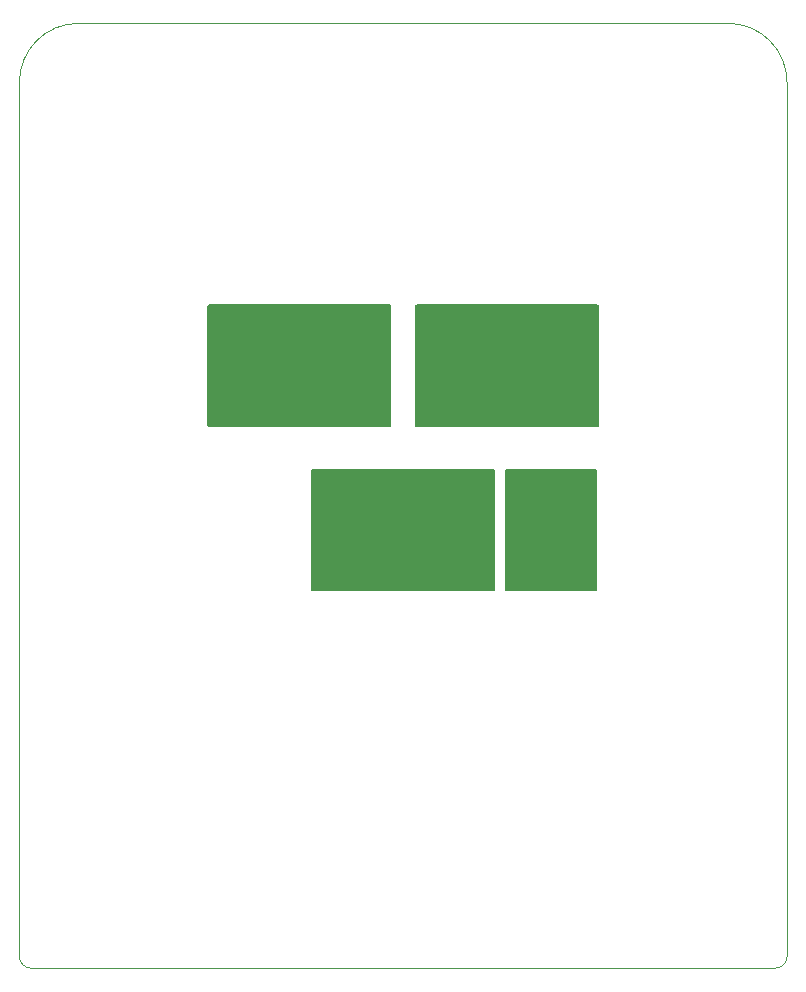
<source format=gbr>
%TF.GenerationSoftware,Altium Limited,Altium Designer,20.1.8 (145)*%
G04 Layer_Color=0*
%FSLAX43Y43*%
%MOMM*%
%TF.SameCoordinates,D169B7AB-BDD6-48C1-BF66-756871F3EBFE*%
%TF.FilePolarity,Positive*%
%TF.FileFunction,Profile,NP*%
%TF.Part,Single*%
G01*
G75*
%TA.AperFunction,Profile*%
%ADD145C,0.025*%
G36*
X1024900Y1031900D02*
X1024860D01*
X1024786Y1031930D01*
X1024730Y1031987D01*
X1024699Y1032060D01*
Y1032100D01*
D01*
Y1042100D01*
Y1042140D01*
X1024730Y1042213D01*
X1024786Y1042270D01*
X1024860Y1042300D01*
X1024900D01*
D01*
X1040099D01*
X1040139D01*
X1040213Y1042270D01*
X1040269Y1042213D01*
X1040300Y1042140D01*
Y1042100D01*
D01*
Y1032100D01*
Y1032060D01*
X1040269Y1031987D01*
X1040213Y1031930D01*
X1040139Y1031900D01*
X1040099D01*
D01*
X1024900D01*
D02*
G37*
G36*
X1041101Y1032100D02*
Y1032060D01*
X1041131Y1031987D01*
X1041188Y1031930D01*
X1041261Y1031900D01*
X1041301D01*
D01*
X1048701D01*
X1048741D01*
X1048814Y1031930D01*
X1048870Y1031987D01*
X1048901Y1032060D01*
Y1032100D01*
D01*
Y1042100D01*
Y1042140D01*
X1048870Y1042213D01*
X1048814Y1042270D01*
X1048741Y1042300D01*
X1048701D01*
D01*
X1041301D01*
X1041261D01*
X1041188Y1042270D01*
X1041131Y1042213D01*
X1041101Y1042140D01*
Y1042100D01*
D01*
Y1032100D01*
D02*
G37*
G36*
X1016100Y1045800D02*
X1016060D01*
X1015987Y1045830D01*
X1015930Y1045887D01*
X1015900Y1045960D01*
Y1046000D01*
D01*
Y1056000D01*
Y1056040D01*
X1015930Y1056113D01*
X1015987Y1056170D01*
X1016060Y1056200D01*
X1016100D01*
D01*
X1031300D01*
X1031340D01*
X1031413Y1056170D01*
X1031470Y1056113D01*
X1031500Y1056040D01*
Y1056000D01*
D01*
Y1046000D01*
Y1045960D01*
X1031470Y1045887D01*
X1031413Y1045830D01*
X1031340Y1045800D01*
X1031300D01*
D01*
X1016100D01*
D02*
G37*
G36*
X1033500Y1046000D02*
Y1056000D01*
Y1056040D01*
X1033530Y1056113D01*
X1033587Y1056170D01*
X1033660Y1056200D01*
X1033700D01*
D01*
X1048900D01*
X1048940D01*
X1049013Y1056170D01*
X1049070Y1056113D01*
X1049100Y1056040D01*
Y1056000D01*
D01*
Y1046000D01*
Y1045960D01*
X1049070Y1045887D01*
X1049013Y1045830D01*
X1048940Y1045800D01*
X1048900D01*
D01*
X1033700D01*
X1033660D01*
X1033587Y1045830D01*
X1033530Y1045887D01*
X1033500Y1045960D01*
Y1046000D01*
D01*
D02*
G37*
D145*
X1001000Y1000000D02*
G02*
X1000000Y1001000I0J1000D01*
G01*
Y1075000D01*
X1000000D01*
D02*
G02*
X1005000Y1080000I5000J0D01*
G01*
X1060000D01*
Y1080000D01*
D02*
G02*
X1065000Y1075000I0J-5000D01*
G01*
Y1001000D01*
D02*
G02*
X1064000Y1000000I-1000J0D01*
G01*
X1001000D01*
%TF.MD5,7b0856eda47fa0f310530c816abdde8d*%
M02*

</source>
